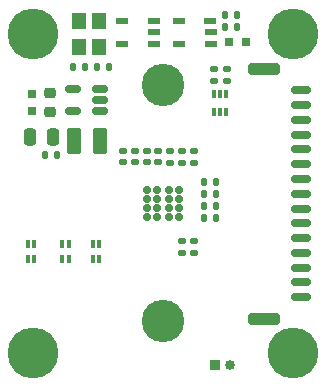
<source format=gbs>
%TF.GenerationSoftware,KiCad,Pcbnew,8.0.0-rc1*%
%TF.CreationDate,2025-03-12T12:31:09+03:00*%
%TF.ProjectId,IMX219_V2.0,494d5832-3139-45f5-9632-2e302e6b6963,rev?*%
%TF.SameCoordinates,Original*%
%TF.FileFunction,Soldermask,Bot*%
%TF.FilePolarity,Negative*%
%FSLAX46Y46*%
G04 Gerber Fmt 4.6, Leading zero omitted, Abs format (unit mm)*
G04 Created by KiCad (PCBNEW 8.0.0-rc1) date 2025-03-12 12:31:09*
%MOMM*%
%LPD*%
G01*
G04 APERTURE LIST*
G04 Aperture macros list*
%AMRoundRect*
0 Rectangle with rounded corners*
0 $1 Rounding radius*
0 $2 $3 $4 $5 $6 $7 $8 $9 X,Y pos of 4 corners*
0 Add a 4 corners polygon primitive as box body*
4,1,4,$2,$3,$4,$5,$6,$7,$8,$9,$2,$3,0*
0 Add four circle primitives for the rounded corners*
1,1,$1+$1,$2,$3*
1,1,$1+$1,$4,$5*
1,1,$1+$1,$6,$7*
1,1,$1+$1,$8,$9*
0 Add four rect primitives between the rounded corners*
20,1,$1+$1,$2,$3,$4,$5,0*
20,1,$1+$1,$4,$5,$6,$7,0*
20,1,$1+$1,$6,$7,$8,$9,0*
20,1,$1+$1,$8,$9,$2,$3,0*%
G04 Aperture macros list end*
%ADD10R,1.200000X1.400000*%
%ADD11C,4.300000*%
%ADD12C,3.600000*%
%ADD13C,0.700000*%
%ADD14R,0.850000X0.850000*%
%ADD15O,0.850000X0.850000*%
%ADD16RoundRect,0.140000X-0.170000X0.140000X-0.170000X-0.140000X0.170000X-0.140000X0.170000X0.140000X0*%
%ADD17RoundRect,0.140000X0.140000X0.170000X-0.140000X0.170000X-0.140000X-0.170000X0.140000X-0.170000X0*%
%ADD18R,0.300000X0.700000*%
%ADD19RoundRect,0.250000X0.250000X0.475000X-0.250000X0.475000X-0.250000X-0.475000X0.250000X-0.475000X0*%
%ADD20R,0.340000X0.700000*%
%ADD21R,0.700000X0.750000*%
%ADD22RoundRect,0.135000X0.185000X-0.135000X0.185000X0.135000X-0.185000X0.135000X-0.185000X-0.135000X0*%
%ADD23RoundRect,0.140000X-0.140000X-0.170000X0.140000X-0.170000X0.140000X0.170000X-0.140000X0.170000X0*%
%ADD24RoundRect,0.135000X-0.135000X-0.185000X0.135000X-0.185000X0.135000X0.185000X-0.135000X0.185000X0*%
%ADD25RoundRect,0.135000X-0.185000X0.135000X-0.185000X-0.135000X0.185000X-0.135000X0.185000X0.135000X0*%
%ADD26R,1.050000X0.600000*%
%ADD27RoundRect,0.150000X0.512500X0.150000X-0.512500X0.150000X-0.512500X-0.150000X0.512500X-0.150000X0*%
%ADD28RoundRect,0.140000X0.170000X-0.140000X0.170000X0.140000X-0.170000X0.140000X-0.170000X-0.140000X0*%
%ADD29RoundRect,0.250000X0.375000X0.850000X-0.375000X0.850000X-0.375000X-0.850000X0.375000X-0.850000X0*%
%ADD30RoundRect,0.150000X0.700000X-0.150000X0.700000X0.150000X-0.700000X0.150000X-0.700000X-0.150000X0*%
%ADD31RoundRect,0.250000X1.100000X-0.250000X1.100000X0.250000X-1.100000X0.250000X-1.100000X-0.250000X0*%
%ADD32R,0.750000X0.700000*%
%ADD33RoundRect,0.225000X0.250000X-0.225000X0.250000X0.225000X-0.250000X0.225000X-0.250000X-0.225000X0*%
G04 APERTURE END LIST*
D10*
X171955000Y-69375000D03*
X171955000Y-71575000D03*
X173655000Y-71575000D03*
X173655000Y-69375000D03*
D11*
X168090000Y-97490000D03*
D12*
X179090000Y-94790000D03*
X179090000Y-74790000D03*
D11*
X168090000Y-70490000D03*
D13*
X177710000Y-83630000D03*
X177710000Y-84390000D03*
X177710000Y-85190000D03*
X177710000Y-85950000D03*
X178600000Y-83630000D03*
X178600000Y-84390000D03*
X178600000Y-85190000D03*
X178600000Y-85950000D03*
X179580000Y-83630000D03*
X179580000Y-84390000D03*
X179580000Y-85190000D03*
X179580000Y-85950000D03*
X180470000Y-83630000D03*
X180470000Y-84390000D03*
X180470000Y-85190000D03*
X180470000Y-85950000D03*
D11*
X190090000Y-97490000D03*
X190090000Y-70490000D03*
D14*
X183515000Y-98515000D03*
D15*
X184765000Y-98515000D03*
D16*
X175720000Y-80350000D03*
X175720000Y-81310000D03*
D17*
X185310000Y-68840000D03*
X184350000Y-68840000D03*
D18*
X173690000Y-89490000D03*
X173690000Y-88240000D03*
X173140000Y-88240000D03*
X173140000Y-89490000D03*
D19*
X169750000Y-79160000D03*
X167850000Y-79160000D03*
D18*
X171090000Y-89490000D03*
X171090000Y-88240000D03*
X170540000Y-88240000D03*
X170540000Y-89490000D03*
D20*
X183400000Y-75540000D03*
X183900000Y-75540000D03*
X184400000Y-75540000D03*
X184400000Y-77040000D03*
X183900000Y-77040000D03*
X183400000Y-77040000D03*
D21*
X167960000Y-75525000D03*
X167960000Y-76975000D03*
D22*
X180680000Y-81360000D03*
X180680000Y-80340000D03*
D23*
X182570000Y-83020000D03*
X183530000Y-83020000D03*
D17*
X185310000Y-69870000D03*
X184350000Y-69870000D03*
D24*
X173460000Y-73210000D03*
X174480000Y-73210000D03*
D17*
X183530000Y-84000000D03*
X182570000Y-84000000D03*
D25*
X181680000Y-87970000D03*
X181680000Y-88990000D03*
D23*
X169110000Y-80690000D03*
X170070000Y-80690000D03*
D26*
X183095000Y-69370000D03*
X183105000Y-70320000D03*
X183105000Y-71270000D03*
X180415000Y-71270000D03*
X180395000Y-69370000D03*
D27*
X173727500Y-75110000D03*
X173727500Y-76060000D03*
X173727500Y-77010000D03*
X171452500Y-77010000D03*
X171452500Y-75110000D03*
D24*
X182560000Y-84990000D03*
X183580000Y-84990000D03*
D22*
X183400000Y-74420000D03*
X183400000Y-73400000D03*
D28*
X176720000Y-81310000D03*
X176720000Y-80350000D03*
D22*
X181690000Y-81360000D03*
X181690000Y-80340000D03*
D29*
X173725000Y-79520000D03*
X171575000Y-79520000D03*
D30*
X190800000Y-92730000D03*
X190800000Y-91480000D03*
X190800000Y-90230000D03*
X190800000Y-88980000D03*
X190800000Y-87730000D03*
X190800000Y-86480000D03*
X190800000Y-85230000D03*
X190800000Y-83980000D03*
X190800000Y-82730000D03*
X190800000Y-81480000D03*
X190800000Y-80230000D03*
X190800000Y-78980000D03*
D31*
X187600000Y-94580000D03*
D30*
X190800000Y-77730000D03*
D31*
X187600000Y-73380000D03*
D30*
X190800000Y-76480000D03*
X190800000Y-75230000D03*
D26*
X178310000Y-69370000D03*
X178320000Y-70320000D03*
X178320000Y-71270000D03*
X175630000Y-71270000D03*
X175610000Y-69370000D03*
D32*
X186120000Y-71170000D03*
X184670000Y-71170000D03*
D28*
X178690000Y-81310000D03*
X178690000Y-80350000D03*
D25*
X180680000Y-87970000D03*
X180680000Y-88990000D03*
X179680000Y-80330000D03*
X179680000Y-81350000D03*
D18*
X168190000Y-89489997D03*
X168190000Y-88239997D03*
X167640000Y-88239997D03*
X167640000Y-89489997D03*
D16*
X177710000Y-80350000D03*
X177710000Y-81310000D03*
D24*
X182560000Y-85990000D03*
X183580000Y-85990000D03*
D22*
X184480000Y-74420000D03*
X184480000Y-73400000D03*
D33*
X169520000Y-77015000D03*
X169520000Y-75465000D03*
D24*
X171480000Y-73210000D03*
X172500000Y-73210000D03*
M02*

</source>
